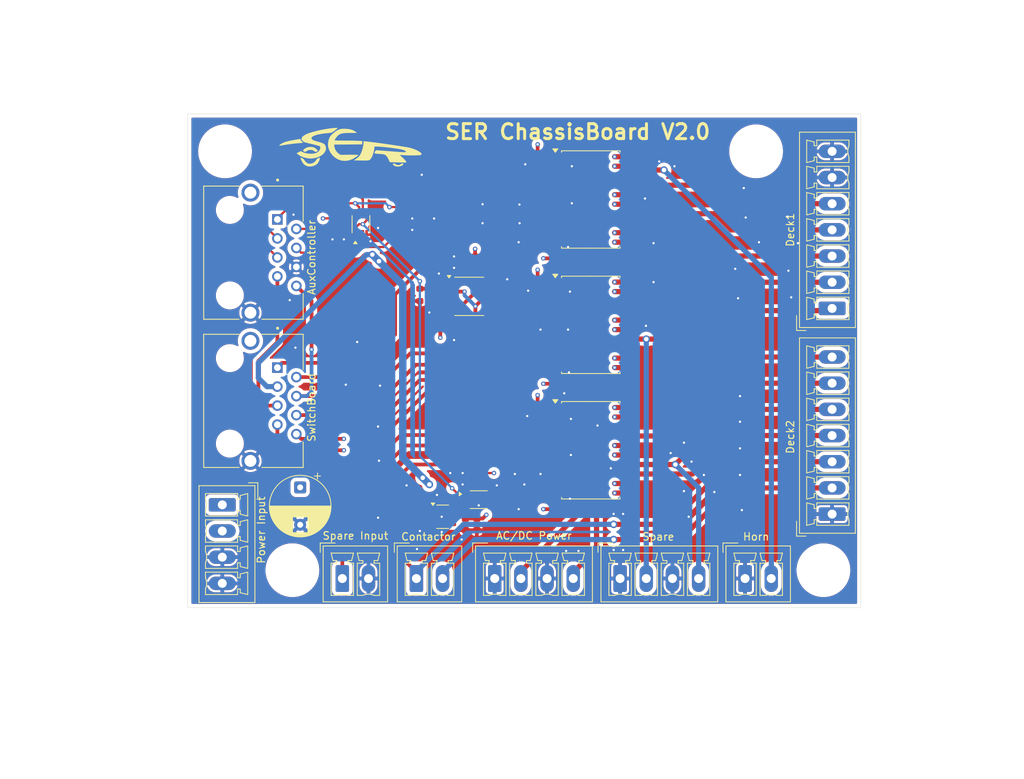
<source format=kicad_pcb>
(kicad_pcb (version 20241229) (generator "pcbnew") (generator_version "9.0")
  (layers (0 "F.Cu" signal) (4 "In1.Cu" signal) (6 "In2.Cu" signal) (2 "B.Cu" signal) (13 "F.Paste" user) (15 "B.Paste" user) (5 "F.SilkS" user "F.Silkscreen") (7 "B.SilkS" user "B.Silkscreen") (1 "F.Mask" user) (3 "B.Mask" user) (25 "Edge.Cuts" user))
  (net 0 "")
  (net 1 "GND")
  (net 2 "Net-(U1-THR)")
  (net 3 "Net-(U1-CV)")
  (net 4 "+12V")
  (net 5 "Net-(U5-IN1)")
  (net 6 "Net-(U3-IN2)")
  (net 7 "Net-(U3-IN3)")
  (net 8 "Net-(U3-IN4)")
  (net 9 "Net-(U5-IN2)")
  (net 10 "Net-(U5-IN3)")
  (net 11 "Net-(U5-IN4)")
  (net 12 "Net-(U6-IN1)")
  (net 13 "Net-(U6-IN2)")
  (net 14 "Net-(U6-IN3)")
  (net 15 "Net-(U6-IN4)")
  (net 16 "+3.3V")
  (net 17 "Net-(U3-IN1)")
  (net 18 "Net-(U1-DIS)")
  (net 19 "Net-(U1-Q)")
  (net 20 "1Hz")
  (net 21 "/Blinker Logic/IndR_1Hz")
  (net 22 "/Blinker Logic/IndL_1Hz")
  (net 23 "/Power/In4")
  (net 24 "/Power/In5")
  (net 25 "/Power/In6")
  (net 26 "/Power/In7")
  (net 27 "/Power/In8")
  (net 28 "/Power/In9")
  (net 29 "/Power/In10")
  (net 30 "/Power/In11")
  (net 31 "/Blinker Logic/ContactorAct")
  (net 32 "Net-(U7-1A)")
  (net 33 "/Blinker Logic/GreenLight_1Hz")
  (net 34 "/Power/Out4")
  (net 36 "/Power/Out2")
  (net 38 "/Power/Out3")
  (net 39 "/Power/Out1")
  (net 40 "/Power/Out8")
  (net 41 "/Power/Out6")
  (net 43 "/Power/Out5")
  (net 45 "/Power/Out7")
  (net 46 "/Power/Out9")
  (net 47 "/Power/Out11")
  (net 49 "/Power/Out12")
  (net 51 "/Power/Out10")
  (net 54 "Net-(U2-1B)")
  (net 55 "/Blinker Logic/IndR")
  (net 56 "/Blinker Logic/IndL")
  (net 59 "Net-(J6-Pin_2)")
  (net 62 "/Power/In1")
  (footprint "PCM_JLCPCB:C_0603" (layer "F.Cu") (at 116.586 100.076)
    (property "Reference" "C29" (hide yes))
    (property "Value" "100nF")
  )
  (footprint "PCM_JLCPCB:C_0603" (layer "F.Cu") (at 89.662 109.728 -90)
    (property "Reference" "C13" (hide yes))
    (property "Value" "100nF")
  )
  (footprint "Package_TO_SOT_SMD:SOT-23-6" (layer "F.Cu") (at 101.092 117.856)
    (property "Reference" "U7" (hide yes))
    (property "Value" "SN74LVC2G04DBVR")
  )
  (footprint "Connector_Phoenix_MC:PhoenixContact_MCV_1,5_2-G-3.5_1x02_P3.50mm_Vertical" (layer "F.Cu") (at 87.6755 126.1185)
    (property "Reference" "J1" (hide yes))
    (property "Value" "Spare Input")
  )
  (footprint "PCM_JLCPCB:R_0603" (layer "F.Cu") (at 85.852 105.918)
    (property "Reference" "R12" (hide yes))
    (property "Value" "10kΩ")
  )
  (footprint "Imported_Footprints:MountingHole_3.2mm_M3_No_Copper" (layer "F.Cu") (at 152 125)
    (property "Reference" "H1" (hide yes))
    (property "Value" "MountingHole")
  )
  (footprint "PCM_JLCPCB:R_0603" (layer "F.Cu") (at 98.044 116.078 -90)
    (property "Reference" "R17" (hide yes))
    (property "Value" "8.2kΩ")
  )
  (footprint "PCM_JLCPCB:R_0603" (layer "F.Cu") (at 90.932 116.078 90)
    (property "Reference" "R15" (hide yes))
    (property "Value" "2.2kΩ")
  )
  (footprint "PCM_JLCPCB:C_0603" (layer "F.Cu") (at 105.664 118.872 -90)
    (property "Reference" "C21" (hide yes))
    (property "Value" "100nF")
  )
  (footprint "PCM_JLCPCB:C_0603" (layer "F.Cu") (at 113.792 70.104 -90)
    (property "Reference" "C26" (hide yes))
    (property "Value" "100nF")
  )
  (footprint "Connector_Phoenix_MC:PhoenixContact_MCV_1,5_4-G-3.5_1x04_P3.50mm_Vertical" (layer "F.Cu") (at 71.628 116.261 -90)
    (property "Reference" "J10" (hide yes))
    (property "Value" "Power Input")
  )
  (footprint "PCM_JLCPCB:R_0603" (layer "F.Cu") (at 85.852 104.394)
    (property "Reference" "R11" (hide yes))
    (property "Value" "10kΩ")
  )
  (footprint "PCM_JLCPCB:C_0603" (layer "F.Cu") (at 89.662 99.568 -90)
    (property "Reference" "C4" (hide yes))
    (property "Value" "100nF")
  )
  (footprint "PCM_JLCPCB:R_0603" (layer "F.Cu") (at 101.6 92.766 180)
    (property "Reference" "R3" (hide yes))
    (property "Value" "68kΩ")
  )
  (footprint "PCM_JLCPCB:R_0603" (layer "F.Cu") (at 96.012 81.026)
    (property "Reference" "R7" (hide yes))
    (property "Value" "10kΩ")
  )
  (footprint "PCM_JLCPCB:C_0603" (layer "F.Cu") (at 98.298 74.168 90)
    (property "Reference" "C34" (hide yes))
    (property "Value" "100nF")
  )
  (footprint "Connector_Phoenix_MC:PhoenixContact_MCV_1,5_2-G-3.5_1x02_P3.50mm_Vertical" (layer "F.Cu") (at 141.5235 126.1185)
    (property "Reference" "J4" (hide yes))
    (property "Value" "Horn")
  )
  (footprint "PCM_JLCPCB:R_0603" (layer "F.Cu") (at 85.852 108.966 180)
    (property "Reference" "R1" (hide yes))
    (property "Value" "10kΩ")
  )
  (footprint "PCM_JLCPCB:C_0603" (layer "F.Cu") (at 104.648 84.638 180)
    (property "Reference" "C10" (hide yes))
    (property "Value" "100nF")
  )
  (footprint "Package_SO:SOIC-8_3.9x4.9mm_P1.27mm" (layer "F.Cu") (at 104.648 88.392)
    (property "Reference" "U1" (hide yes))
    (property "Value" "NE555D")
  )
  (footprint "Imported_Footprints:SER_Logo" (layer "F.Cu") (at 88.693895 69.411912)
    (property "Reference" "G***" (hide yes))
    (property "Value" "LOGO" (hide yes))
  )
  (footprint "Imported_Footprints:MountingHole_3.2mm_M3_No_Copper" (layer "F.Cu") (at 72 69)
    (property "Reference" "H4" (hide yes))
    (property "Value" "MountingHole")
  )
  (footprint "Connector_Phoenix_MC:PhoenixContact_MCV_1,5_7-G-3.5_1x07_P3.50mm_Vertical" (layer "F.Cu") (at 153.162 117.5 90)
    (property "Reference" "J6" (hide yes))
    (property "Value" "Deck2")
  )
  (footprint "PCM_JLCPCB:C_0603" (layer "F.Cu") (at 104.648 83.114 180)
    (property "Reference" "C24" (hide yes))
    (property "Value" "100nF")
  )
  (footprint "PCM_JLCPCB:C_0603" (layer "F.Cu") (at 113.792 86.868 -90)
    (property "Reference" "C27" (hide yes))
    (property "Value" "100nF")
  )
  (footprint "PCM_JLCPCB:R_0603" (layer "F.Cu") (at 85.852 107.442 180)
    (property "Reference" "R20" (hide yes))
    (property "Value" "10kΩ")
  )
  (footprint "Capacitor_THT:CP_Radial_D8.0mm_P5.00mm" (layer "F.Cu") (at 82.042 113.929349 -90)
    (property "Reference" "C25" (hide yes))
    (property "Value" "C_Polarized")
  )
  (footprint "Imported_Footprints:VSSOP-8_2.3x2mm_P0.5mm_modified" (layer "F.Cu") (at 90.17 78.74 90)
    (property "Reference" "U4" (hide yes))
    (property "Value" "SN74LVC2G08DCTR")
  )
  (footprint "PCM_JLCPCB:R_0603" (layer "F.Cu") (at 85.852 97.282)
    (property "Reference" "R8" (hide yes))
    (property "Value" "10kΩ")
  )
  (footprint "PCM_JLCPCB:C_0603" (layer "F.Cu") (at 116.586 83.312)
    (property "Reference" "C3" (hide yes))
    (property "Value" "100nF")
  )
  (footprint "Package_SO:Infineon_SOIC-20W_7.6x12.8mm_P1.27mm" (layer "F.Cu") (at 120.904 108.966)
    (property "Reference" "U6" (hide yes))
    (property "Value" "BTS724G")
  )
  (footprint "PCM_JLCPCB:C_0603" (layer "F.Cu") (at 91.186 101.346 90)
    (property "Reference" "C9" (hide yes))
    (property "Value" "100nF")
  )
  (footprint "PCM_JLCPCB:C_0603" (layer "F.Cu") (at 105.918 112.014 180)
    (property "Reference" "C22" (hide yes))
    (property "Value" "100nF")
  )
  (footprint "PCM_JLCPCB:C_0603" (layer "F.Cu") (at 113.792 103.632 -90)
    (property "Reference" "C30" (hide yes))
    (property "Value" "100nF")
  )
  (footprint "PCM_JLCPCB:R_0603" (layer "F.Cu") (at 96.012 76.454)
    (property "Reference" "R6" (hide yes))
    (property "Value" "10kΩ")
  )
  (footprint "PCM_JLCPCB:C_0603" (layer "F.Cu") (at 92.456 116.078 -90)
    (property "Reference" "C16" (hide yes))
    (property "Value" "100nF")
  )
  (footprint "PCM_JLCPCB:C_0603" (layer "F.Cu") (at 104.14 118.872 -90)
    (property "Reference" "C20" (hide yes))
    (property "Value" "100nF")
  )
  (footprint "Imported_Footprints:CUI_CRJ027-1-TH" (layer "F.Cu") (at 72.644 102.362 -90)
    (property "Reference" "J8" (hide yes))
    (property "Value" "SwitchBoard")
  )
  (footprint "PCM_JLCPCB:R_0603" (layer "F.Cu") (at 99.568 88.194 90)
    (property "Reference" "R4" (hide yes))
    (property "Value" "8.2kΩ")
  )
  (footprint "PCM_JLCPCB:C_0603" (layer "F.Cu") (at 104.648 94.29 180)
    (property "Reference" "C1" (hide yes))
    (property "Value" "1uF")
  )
  (footprint "Connector_Phoenix_MC:PhoenixContact_MCV_1,5_4-G-3.5_1x04_P3.50mm_Vertical" (layer "F.Cu") (at 108.0515 126.1185)
    (property "Reference" "J3" (hide yes))
    (property "Value" "AC/DC Power")
  )
  (footprint "PCM_JLCPCB:R_0603" (layer "F.Cu") (at 98.044 88.194 -90)
    (property "Reference" "R5" (hide yes))
    (property "Value" "3.3kΩ")
  )
  (footprint "PCM_JLCPCB:R_0603" (layer "F.Cu") (at 110.236 115.316)
    (property "Reference" "R16" (hide yes))
    (property "Value" "2.2kΩ")
  )
  (footprint "Package_SO:Infineon_SOIC-20W_7.6x12.8mm_P1.27mm" (layer "F.Cu") (at 120.904 92.202)
    (property "Reference" "U5" (hide yes))
    (property "Value" "BTS724G")
  )
  (footprint "Imported_Footprints:VSSOP-8_2.3x2mm_P0.5mm_modified" (layer "F.Cu") (at 105.918 115.57)
    (property "Reference" "U2" (hide yes))
    (property "Value" "SN74LVC2G08DCTR")
  )
  (footprint "PCM_JLCPCB:C_0603" (layer "F.Cu") (at 87.884 78.74 -90)
    (property "Reference" "C23" (hide yes))
    (property "Value" "100nF")
  )
  (footprint "PCM_JLCPCB:R_0603" (layer "F.Cu") (at 104.648 92.742 180)
    (property "Reference" "R2" (hide yes))
    (property "Value" "680kΩ")
  )
  (footprint "Imported_Footprints:MountingHole_3.2mm_M3_No_Copper" (layer "F.Cu") (at 143 69)
    (property "Reference" "H2" (hide yes))
    (property "Value" "MountingHole")
  )
  (footprint "PCM_JLCPCB:C_0603" (layer "F.Cu") (at 98.298 77.216 -90)
    (property "Reference" "C6" (hide yes))
    (property "Value" "100nF")
  )
  (footprint "Connector_Phoenix_MC:PhoenixContact_MCV_1,5_2-G-3.5_1x02_P3.50mm_Vertical" (layer "F.Cu") (at 97.5815 126.1185)
    (property "Reference" "J9" (hide yes))
    (property "Value" "Contactor")
  )
  (footprint "PCM_JLCPCB:R_0603" (layer "F.Cu") (at 96.012 74.93)
    (property "Reference" "R31" (hide yes))
    (property "Value" "10kΩ")
  )
  (footprint "PCM_JLCPCB:C_0603" (layer "F.Cu") (at 116.586 116.84)
    (property "Reference" "C28" (hide yes))
    (property "Value" "100nF")
  )
  (footprint "Connector_Phoenix_MC:PhoenixContact_MCV_1,5_4-G-3.5_1x04_P3.50mm_Vertical" (layer "F.Cu") (at 124.8155 126.1185)
    (property "Reference" "J5" (hide yes))
    (property "Value" "Spare")
  )
  (footprint "PCM_JLCPCB:R_0603" (layer "F.Cu") (at 85.852 110.49)
    (property "Reference" "R13" (hide yes))
    (property "Value" "10kΩ")
  )
  (footprint "PCM_JLCPCB:C_0603" (layer "F.Cu") (at 98.336 80.264 90)
    (property "Reference" "C7" (hide yes))
    (property "Value" "100nF")
  )
  (footprint "Imported_Footprints:MountingHole_3.2mm_M3_No_Copper" (layer "F.Cu") (at 81 125)
    (property "Reference" "H3" (hide yes))
    (property "Value" "MountingHole")
  )
  (footprint "Connector_Phoenix_MC:PhoenixContact_MCV_1,5_7-G-3.5_1x07_P3.50mm_Vertical" (layer "F.Cu") (at 153.162 90.002 90)
    (property "Reference" "J2" (hide yes))
    (property "Value" "Deck1")
  )
  (footprint "PCM_JLCPCB:R_0603" (layer "F.Cu") (at 88.9 112.014)
    (property "Reference" "R14" (hide yes))
    (property "Value" "10kΩ")
  )
  (footprint "PCM_JLCPCB:R_0603" (layer "F.Cu") (at 85.852 101.854)
    (property "Reference" "R10" (hide yes))
    (property "Value" "10kΩ")
  )
  (footprint "Imported_Footprints:CUI_CRJ027-1-TH" (layer "F.Cu") (at 72.644 82.55 -90)
    (property "Reference" "J7" (hide yes))
    (property "Value" "AuxController")
  )
  (footprint "PCM_JLCPCB:R_0603" (layer "F.Cu") (at 85.852 98.806)
    (property "Reference" "R9" (hide yes))
    (property "Value" "10kΩ")
  )
  (footprint "PCM_JLCPCB:C_0603" (layer "F.Cu") (at 105.918 113.538 180)
    (property "Reference" "C19" (hide yes))
    (property "Value" "100nF")
  )
  (footprint "PCM_JLCPCB:C_0603" (layer "F.Cu") (at 91.186 105.156 -90)
    (property "Reference" "C11" (hide yes))
    (property "Value" "100nF")
  )
  (footprint "PCM_JLCPCB:C_0603" (layer "F.Cu") (at 86.36 78.74 -90)
    (property "Reference" "C18" (hide yes))
    (property "Value" "100nF")
  )
  (footprint "PCM_JLCPCB:C_0603" (layer "F.Cu") (at 109.728 88.194 90)
    (property "Reference" "C2" (hide yes))
    (property "Value" "10nF")
  )
  (footprint "PCM_JLCPCB:C_0603" (layer "F.Cu") (at 112.522 116.078 -90)
    (property "Reference" "C17" (hide yes))
    (property "Value" "100nF")
  )
  (footprint "PCM_JLCPCB:R_0603" (layer "F.Cu") (at 97.282 118.364)
    (property "Reference" "R18" (hide yes))
    (property "Value" "3.3kΩ")
  )
  (footprint "PCM_JLCPCB:C_0603" (layer "F.Cu") (at 91.186 111.252 90)
    (property "Reference" "C15" (hide yes))
    (property "Value" "100nF")
  )
  (footprint "PCM_JLCPCB:C_0603" (layer "F.Cu") (at 89.662 96.52 90)
    (property "Reference" "C8" (hide yes))
    (property "Value" "100nF")
  )
  (footprint "PCM_JLCPCB:C_0603" (layer "F.Cu") (at 89.662 106.68 90)
    (property "Reference" "C12" (hide yes))
    (property "Value" "100nF")
  )
  (footprint "Package_SO:Infineon_SOIC-20W_7.6x12.8mm_P1.27mm" (layer "F.Cu") (at 120.904 75.438)
    (property "Reference" "U3" (hide yes))
    (property "Value" "BTS724G")
  )
  (gr_rect (start 67 64) (end 157 130) (stroke (width 0.05)) (fill no) (layer "Edge.Cuts"))
  (gr_text "SER ChassisBoard V2.0" (at 101.219 67.564 0) (layer "F.SilkS") (effects (font (size 2 2) (thickness 0.4) (bold yes)) (justify left bottom)))
  (segment (start 86.36 79.52) (end 86.36 80.772) (width 0.5) (layer "F.Cu") (net 1))
  (segment (start 92.438 110.508) (end 92.583 110.363) (width 0.5) (layer "F.Cu") (net 1))
  (segment (start 87.884 79.52) (end 87.884 80.772) (width 0.5) (layer "F.Cu") (net 1))
  (segment (start 89.662 110.508) (end 92.438 110.508) (width 0.5) (layer "F.Cu") (net 1))
  (segment (start 89.662 105.9) (end 92.347 105.9) (width 0.5) (layer "F.Cu") (net 1))
  (segment (start 105.138 112.014) (end 103.759 112.014) (width 0.5) (layer "F.Cu") (net 1))
  (segment (start 102.672 94.29) (end 102.616 94.234) (width 0.5) (layer "F.Cu") (net 1))
  (segment (start 98.102 119.703) (end 98.044 119.761) (width 0.5) (layer "F.Cu") (net 1))
  (segment (start 103.868 94.29) (end 102.672 94.29) (width 0.5) (layer "F.Cu") (net 1))
  (segment (start 92.347 105.9) (end 92.456 105.791) (width 0.5) (layer "F.Cu") (net 1))
  (segment (start 90.92 80.14) (end 90.92 80.506) (width 0.3) (layer "F.Cu") (net 1))
  (segment (start 98.61 117.856) (end 98.102 118.364) (width 0.5) (layer "F.Cu") (net 1))
  (segment (start 90.92 80.506) (end 91.44 81.026) (width 0.3) (layer "F.Cu") (net 1))
  (segment (start 98.102 118.364) (end 98.102 119.703) (width 0.5) (layer "F.Cu") (net 1))
  (segment (start 99.9545 117.856) (end 98.61 117.856) (width 0.5) (layer "F.Cu") (net 1))
  (segment (start 99.9545 117.856) (end 100.965 117.856) (width 0.5) (layer "F.Cu") (net 1))
  (segment (start 92.456 116.858) (end 92.456 117.983) (width 0.5) (layer "F.Cu") (net 1))
  (segment (start 101.068 119.785) (end 100.965 119.888) (width 0.5) (layer "F.Cu") (net 1))
  (segment (start 105.138 113.538) (end 103.759 113.538) (width 0.5) (layer "F.Cu") (net 1))
  (via (at 114.173 112.141) (size 0.6) (drill 0.3) (layers "F.Cu" "B.Cu") (net 1))
  (via (at 132.08 70.993) (size 0.6) (drill 0.3) (layers "F.Cu" "B.Cu") (net 1))
  (via (at 125.222 117.475) (size 0.6) (drill 0.3) (layers "F.Cu" "B.Cu") (net 1))
  (via (at 102.108 112.014) (size 0.6) (drill 0.3) (layers "F.Cu" "B.Cu") (net 1))
  (via (at 117.983 98.552) (size 0.6) (drill 0.3) (layers "F.Cu" "B.Cu") (net 1))
  (via (at 128.143 75.311) (size 0.6) (drill 0.3) (layers "F.Cu" "B.Cu") (net 1))
  (via (at 100.965 119.888) (size 0.6) (drill 0.3) (layers "F.Cu" "B.Cu") (net 1))
  (via (at 92.583 110.363) (size 0.6) (drill 0.3) (layers "F.Cu" "B.Cu") (net 1))
  (via (at 105.918 116.332) (size 0.6) (drill 0.3) (layers "F.Cu" "B.Cu") (net 1))
  (via (at 140.843 112.268) (size 0.6) (drill 0.3) (layers "F.Cu" "B.Cu") (net 1))
  (via (at 102.616 84.582) (size 0.6) (drill 0.3) (layers "F.Cu" "B.Cu") (net 1))
  (via (at 128.27 92.329) (size 0.6) (drill 0.3) (layers "F.Cu" "B.Cu") (net 1))
  (via (at 123.952 117.475) (size 0.6) (drill 0.3) (layers "F.Cu" "B.Cu") (net 1))
  (via (at 117.602 122.428) (size 0.6) (drill 0.3) (layers "F.Cu" "B.Cu") (net 1))
  (via (at 125.222 122.301) (size 0.6) (drill 0.3) (layers "F.Cu" "B.Cu") (net 1))
  (via (at 86.36 80.772) (size 0.6) (drill 0.3) (layers "F.Cu" "B.Cu") (net 1))
  (via (at 92.456 105.791) (size 0.6) (drill 0.3) (layers "F.Cu" "B.Cu") (net 1))
  (via (at 131.572 109.347) (size 0.6) (drill 0.3) (layers "F.Cu" "B.Cu") (net 1))
  (via (at 88.138 100.203) (size 0.6) (drill 0.3) (layers "F.Cu" "B.Cu") (net 1))
  (via (at 114.173 92.837) (size 0.6) (drill 0.3) (layers "F.Cu" "B.Cu") (net 1))
  (via (at 147.701 88.519) (size 0.6) (drill 0.3) (layers "F.Cu" "B.Cu") (net 1))
  (via (at 92.71 100.33) (size 0.6) (drill 0.3) (layers "F.Cu" "B.Cu") (net 1))
  (via (at 81.407 95.25) (size 0.6) (drill 0.3) (layers "F.Cu" "B.Cu") (net 1))
  (via (at 112.395 104.394) (size 0.6) (drill 0.3) (layers "F.Cu" "B.Cu") (net 1))
  (via (at 133.985 117.856) (size 0.6) (drill 0.3) (layers "F.Cu" "B.Cu") (net 1))
  (via (at 118.11 87.757) (size 0.6) (drill 0.3) (layers "F.Cu" "B.Cu") (net 1))
  (via (at 111.252 81.153) (size 0.6) (drill 0.3) (layers "F.Cu" "B.Cu") (net 1))
  (via (at 133.35 114.427) (size 0.6) (drill 0.3) (layers "F.Cu" "B.Cu") (net 1))
  (via (at 119.253 122.428) (size 0.6) (drill 0.3) (layers "F.Cu" "B.Cu") (net 1))
  (via (at 118.237 104.775) (size 0.6) (drill 0.3) (layers "F.Cu" "B.Cu") (net 1))
  (via (at 123.952 122.301) (size 0.6) (drill 0.3) (layers "F.Cu" "B.Cu") (net 1))
  (via (at 92.456 79.248) (size 0.6) (drill 0.3) (layers "F.Cu" "B.Cu") (net 1))
  (via (at 80.645 88.9) (size 0.6) (drill 0.3) (layers "F.Cu" "B.Cu") (net 1))
  (via (at 130.048 70.358) (size 0.6) (drill 0.3) (layers "F.Cu" "B.Cu") (net 1))
  (via (at 118.364 70.993) (size 0.6) (drill 0.3) (layers "F.Cu" "B.Cu") (net 1))
  (via (at 87.884 80.772) (size 0.6) (drill 0.3) (layers "F.Cu" "B.Cu") (net 1))
  (via (at 98.298 72.136) (size 0.6) (drill 0.3) (layers "F.Cu" "B.Cu") (net 1))
  (via (at 97.028 77.978) (size 0.6) (drill 0.3) (layers "F.Cu" "B.Cu") (net 1))
  (via (at 99.949 77.978) (size 0.6) (drill 0.3) (layers "F.Cu" "B.Cu") (net 1))
  (via (at 100.965 117.856) (size 0.6) (drill 0.3) (layers "F.Cu" "B.Cu") (net 1))
  (via (at 140.843 101.727) (size 0.6) (drill 0.3) (layers "F.Cu" "B.Cu") (net 1))
  (via (at 147.32 84.963) (size 0.6) (drill 0.3) (layers "F.Cu" "B.Cu") (net 1))
  (via (at 140.843 108.712) (size 0.6) (drill 0.3) (layers "F.Cu" "B.Cu") (net 1))
  (via (at 97.663 122.174) (size 0.6) (drill 0.3) (layers "F.Cu" "B.Cu") (net 1))
  (via (at 147.193 77.724) (size 0.6) (drill 0.3) (layers "F.Cu" "B.Cu") (net 1))
  (via (at 140.589 88.646) (size 0.6) (drill 0.3) (layers "F.Cu" "B.Cu") (net 1))
  (via (at 99.314 90.551) (size 0.6) (drill 0.3) (layers "F.Cu" "B.Cu") (net 1))
  (via (at 91.44 81.026) (size 0.6) (drill 0.3) (layers "F.Cu" "B.Cu") (net 1))
  (via (at 123.571 111.379) (size 0.6) (drill 0.3) (layers "F.Cu" "B.Cu") (net 1))
  (via (at 111.358124 76.114948) (size 0.6) (drill 0.3) (layers "F.Cu" "B.Cu") (net 1))
  (via (at 102.616 94.234) (size 0.6) (drill 0.3) (layers "F.Cu" "B.Cu") (net 1))
  (via (at 118.237 109.601) (size 0.6) (drill 0.3) (layers "F.Cu" "B.Cu") (net 1))
  (via (at 106.426 78.613) (size 0.6) (drill 0.3) (layers "F.Cu" "B.Cu") (net 1))
  (via (at 110.744 112.141) (size 0.6) (drill 0.3) (layers "F.Cu" "B.Cu") (net 1))
  (via (at 112.522 87.63) (size 0.6) (drill 0.3) (layers "F.Cu" "B.Cu") (net 1))
  (via (at 106.426 76.073) (size 0.6) (drill 0.3) (layers "F.Cu" "B.Cu") (net 1))
  (via (at 112.014 113.538) (size 0.6) (drill 0.3) (layers "F.Cu" "B.Cu") (net 1))
  (via (at 103.759 112.014) (size 0.6) (drill 0.3) (layers "F.Cu" "B.Cu") (net 1))
  (via (at 129.286 86.487) (size 0.6) (drill 0.3) (layers "F.Cu" "B.Cu") (net 1))
  (via (at 103.632 120.904) (size 0.6) (drill 0.3) (layers "F.Cu" "B.Cu") (net 1))
  (via (at 100.33 114.935) (size 0.6) (drill 0.3) (layers "F.Cu" "B.Cu") (net 1))
  (via (at 112.141 70.739) (size 0.6) (drill 0.3) (layers "F.Cu" "B.Cu") (net 1))
  (via (at 81.153 77.47) (size 0.6) (drill 0.3) (layers "F.Cu" "B.Cu") (net 1))
  (via (at 109.728 86.106) (size 0.6) (drill 0.3) (layers "F.Cu" "B.Cu") (net 1))
  (via (at 102.616 83.058) (size 0.6) (drill 0.3) (layers "F.Cu" "B.Cu") (net 1))
  (via (at 97.028 79.502) (size 0.6) (drill 0.3) (layers "F.Cu" "B.Cu") (net 1))
  (via (at 89.662 94.488) (size 0.6) (drill 0.3) (layers "F.Cu" "B.Cu") (net 1))
  (via (at 141.097 116.967) (size 0.6) (drill 0.3) (layers "F.Cu" "B.Cu") (net 1))
  (via (at 134.366 110.49) (size 0.6) (drill 0.3) (layers "F.Cu" "B.Cu") (net 1))
  (via (at 133.35 107.95) (size 0.6) (drill 0.3) (layers "F.Cu" "B.Cu") (net 1))
  (via (at 117.348 101.346) (size 0.6) (drill 0.3) (layers "F.Cu" "B.Cu") (net 1))
  (via (at 141.605 77.851) (size 0.6) (drill 0.3) (layers "F.Cu" "B.Cu") (net 1))
  (via (at 118.364 75.946) (size 0.6) (drill 0.3) (layers "F.Cu" "B.Cu") (net 1))
  (via (at 92.456 117.983) (size 0.6) (drill 0.3) (layers "F.Cu" "B.Cu") (net 1))
  (via (at 118.11 115.443) (size 0.6) (drill 0.3) (layers "F.Cu" "B.Cu") (net 1))
  (via (at 137.414 114.554) (size 0.6) (drill 0.3) (layers "F.Cu" "B.Cu") (net 1))
  (via (at 136.017 112.268) (size 0.6) (drill 0.3) (layers "F.Cu" "B.Cu") (net 1))
  (via (at 98.044 119.761) (size 0.6) (drill 0.3) (layers "F.Cu" "B.Cu") (net 1))
  (via (at 100.584 85.344) (size 0.6) (drill 0.3) (layers "F.Cu" "B.Cu") (net 1))
  (via (at 140.208 84.709) (size 0.6) (drill 0.3) (layers "F.Cu" "B.Cu") (net 1))
  (via (at 103.759 113.538) (size 0.6) (drill 0.3) (layers "F.Cu" "B.Cu") (net 1))
  (via (at 111.252 116.84) (size 0.6) (drill 0.3) (layers "F.Cu" "B.Cu") (net 1))
  (via (at 108.331 113.665) (size 0.6) (drill 0.3) (layers "F.Cu" "B.Cu") (net 1))
  (via (at 129.286 81.28) (size 0.6) (drill 0.3) (layers "F.Cu" "B.Cu") (net 1))
  (via (at 140.843 105.156) (size 0.6) (drill 0.3) (layers "F.Cu" "B.Cu") (net 1))
  (via (at 148.59 81.28) (size 0.6) (drill 0.3) (layers "F.Cu" "B.Cu") (net 1))
  (via (at 121.793 105.664) (size 0.6) (drill 0.3) (layers "F.Cu" "B.Cu") (net 1))
  (via (at 117.856 92.837) (size 0.6) (drill 0.3) (layers "F.Cu" "B.Cu") (net 1))
  (via (at 96.266 113.665) (size 0.6) (drill 0.3) (layers "F.Cu" "B.Cu") (net 1))
  (via (at 143.383 81.153) (size 0.6) (drill 0.3) (layers "F.Cu" "B.Cu") (net 1))
  (via (at 141.351 73.914) (size 0.6) (drill 0.3) (layers "F.Cu" "B.Cu") (net 1))
  (via (at 111.379 78.613) (size 0.6) (drill 0.3) (layers "F.Cu" "B.Cu") (net 1))
  (via (at 117.856 81.788) (size 0.6) (drill 0.3) (layers "F.Cu" "B.Cu") (net 1))
  (segment (start 105.468 89.707001) (end 105.468 92.742) (width 0.5) (layer "F.Cu") (net 2))
  (segment (start 106.148001 89.027) (end 105.468 89.707001) (width 0.5) (layer "F.Cu") (net 2))
  (segment (start 105.428 94.29) (end 105.428 92.782) (width 0.5) (layer "F.Cu") (net 2))
  (segment (start 107.123 89.027) (end 106.148001 89.027) (width 0.5) (layer "F.Cu") (net 2))
  (segment (start 102.173 87.757) (end 104.013 87.757) (width 0.5) (layer "F.Cu") (net 2))
  (segment (start 105.428 92.782) (end 105.468 92.742) (width 0.5) (layer "F.Cu") (net 2))
  (via (at 104.013 87.757) (size 0.6) (drill 0.3) (layers "F.Cu" "B.Cu") (net 2))
  (via (at 105.468 89.707001) (size 0.6) (drill 0.3) (layers "F.Cu" "B.Cu") (net 2))
  (segment (start 104.013 88.252001) (end 105.468 89.707001) (width 0.5) (layer "B.Cu") (net 2))
  (segment (start 104.013 87.757) (end 104.013 88.252001) (width 0.5) (layer "B.Cu") (net 2))
  (segment (start 108.405 90.297) (end 109.728 88.974) (width 0.5) (layer "F.Cu") (net 3))
  (segment (start 107.123 90.297) (end 108.405 90.297) (width 0.5) (layer "F.Cu") (net 3))
  (segment (start 114.191 69.723) (end 113.792 69.324) (width 0.5) (layer "F.Cu") (net 4))
  (segment (start 124.079 86.487) (end 125.769 86.487) (width 0.7) (layer "F.Cu") (net 4))
  (segment (start 86.672 108.966) (end 87.884 108.966) (width 0.5) (layer "F.Cu") (net 4))
  (segment (start 124.079 96.647) (end 125.769 96.647) (width 0.7) (layer "F.Cu") (net 4))
  (segment (start 124.079 104.521) (end 125.769 104.521) (width 0.7) (layer "F.Cu") (net 4))
  (segment (start 101.473 90.297) (end 102.173 90.297) (width 0.5) (layer "F.Cu") (net 4))
  (segment (start 100.78 90.99) (end 101.473 90.297) (width 0.5) (layer "F.Cu") (net 4))
  (segment (start 113.792 69.324) (end 113.792 68.072) (width 0.5) (layer "F.Cu") (net 4))
  (segment (start 124.079 76.073) (end 125.769 76.073) (width 0.7) (layer "F.Cu") (net 4))
  (segment (start 113.792 102.852) (end 113.792 101.6) (width 0.5) (layer "F.Cu") (net 4))
  (segment (start 116.039 103.251) (end 114.191 103.251) (width 0.5) (layer "F.Cu") (net 4))
  (segment (start 124.079 79.883) (end 125.769 79.883) (width 0.7) (layer "F.Cu") (net 4))
  (segment (start 115.806 98.15) (end 116.039 97.917) (width 0.5) (layer "F.Cu") (net 4))
  (segment (start 124.079 69.723) (end 125.769 69.723) (width 0.7) (layer "F.Cu") (net 4))
  (segment (start 124.079 91.567) (end 125.769 91.567) (width 0.7) (layer "F.Cu") (net 4))
  (segment (start 124.079 87.757) (end 125.769 87.757) (width 0.7) (layer "F.Cu") (net 4))
  (segment (start 124.079 81.153) (end 125.769 81.153) (width 0.7) (layer "F.Cu") (net 4))
  (segment (start 116.039 69.723) (end 114.191 69.723) (width 0.5) (layer "F.Cu") (net 4))
  (segment (start 124.079 103.251) (end 125.769 103.251) (width 0.7) (layer "F.Cu") (net 4))
  (segment (start 124.079 74.803) (end 125.769 74.803) (width 0.7) (layer "F.Cu") (net 4))
  (segment (start 116.039 86.487) (end 114.191 86.487) (width 0.5) (layer "F.Cu") (net 4))
  (segment (start 115.806 116.84) (end 114.554 116.84) (width 0.5) (layer "F.Cu") (net 4))
  (segment (start 105.428 85.616) (end 106.299 86.487) (width 0.5) (layer "F.Cu") (net 4))
  (segment (start 106.299 86.487) (end 107.123 86.487) (width 0.5) (layer "F.Cu") (net 4))
  (segment (start 114.191 86.487) (end 113.792 86.088) (width 0.5) (layer "F.Cu") (net 4))
  (segment (start 86.672 107.442) (end 87.884 107.442) (width 0.5) (layer "F.Cu") (net 4))
  (segment (start 105.428 82.042) (end 105.428 83.114) (width 0.5) (layer "F.Cu") (net 4))
  (segment (start 124.079 114.681) (end 125.769 114.681) (width 0.7) (layer "F.Cu") (net 4))
  (segment (start 124.079 70.993) (end 125.769 70.993) (width 0.7) (layer "F.Cu") (net 4))
  (segment (start 113.792 86.088) (end 113.792 84.836) (width 0.5) (layer "F.Cu") (net 4))
  (segment (start 124.079 97.917) (end 125.769 97.917) (width 0.7) (layer "F.Cu") (net 4))
  (segment (start 115.806 114.914) (end 116.039 114.681) (width 0.5) (layer "F.Cu") (net 4))
  (segment (start 105.428 83.114) (end 105.428 85.616) (width 0.5) (layer "F.Cu") (net 4))
  (segment (start 115.806 81.386) (end 116.039 81.153) (width 0.5) (layer "F.Cu") (net 4))
  (segment (start 100.78 92.766) (end 100.78 90.99) (width 0.5) (layer "F.Cu") (net 4))
  (segment (start 115.806 116.84) (end 115.806 114.914) (width 0.5) (layer "F.Cu") (net 4))
  (segment (start 124.079 108.331) (end 125.769 108.331) (width 0.7) (layer "F.Cu") (net 4))
  (segment (start 124.079 92.837) (end 125.769 92.837) (width 0.7) (layer "F.Cu") (net 4))
  (segment (start 115.806 83.312) (end 115.806 81.386) (width 0.5) (layer "F.Cu") (net 4))
  (segment (start 115.806 83.312) (end 114.554 83.312) (width 0.5) (layer "F.Cu") (net 4))
  (segment (start 124.079 113.411) (end 125.769 113.411) (width 0.7) (layer "F.Cu") (net 4))
  (segment (start 115.806 100.076) (end 114.554 100.076) (width 0.5) (layer "F.Cu") (net 4))
  (segment (start 124.079 109.601) (end 125.769 109.601) (width 0.7) (layer "F.Cu") (net 4))
  (segment (start 100.78 93.922) (end 100.78 92.766) (width 0.5) (layer "F.Cu") (net 4))
  (segment (start 114.191 103.251) (end 113.792 102.852) (width 0.5) (layer "F.Cu") (net 4))
  (segment (start 115.806 100.076) (end 115.806 98.15) (width 0.5) (layer "F.Cu") (net 4))
  (via (at 124.079 86.487) (size 0.6) (drill 0.3) (layers "F.Cu" "B.Cu") (net 4))
  (via (at 124.079 113.411) (size 0.6) (drill 0.3) (layers "F.Cu" "B.Cu") (net 4))
  (via (at 100.78 93.922) (size 0.6) (drill 0.3) (layers "F.Cu" "B.Cu") (net 4))
  (via (at 124.079 81.153) (size 0.6) (drill 0.3) (layers "F.Cu" "B.Cu") (net 4))
  (via (at 124.079 109.601) (size 0.6) (drill 0.3) (layers "F.Cu" "B.Cu") (net 4))
  (via (at 124.079 91.567) (size 0.6) (drill 0.3) (layers "F.Cu" "B.Cu") (net 4))
  (via (at 124.079 114.681) (size 0.6) (drill 0.3) (layers "F.Cu" "B.Cu") (net 4))
  (via (at 114.554 116.84) (size 0.6) (drill 0.3) (layers "F.Cu" "B.Cu") (net 4))
  (via (at 124.079 103.251) (size 0.6) (drill 0.3) (layers "F.Cu" "B.Cu") (net 4))
  (via (at 124.079 87.757) (size 0.6) (drill 0.3) (layers "F.Cu" "B.Cu") (net 4))
  (via (at 105.428 82.042) (size 0.6) (drill 0.3) (layers "F.Cu" "B.Cu") (net 4))
  (via (at 124.079 76.073) (size 0.6) (drill 0.3) (layers "F.Cu" "B.Cu") (net 4))
  (via (at 124.079 108.331) (size 0.6) (drill 0.3) (layers "F.Cu" "B.Cu") (net 4))
  (via (at 124.079 74.803) (size 0.6) (drill 0.3) (layers "F.Cu" "B.Cu") (net 4))
  (via (at 124.079 97.917) (size 0.6) (drill 0.3) (layers "F.Cu" "B.Cu") (net 4))
  (via (at 124.079 104.521) (size 0.6) (drill 0.3) (layers "F.Cu" "B.Cu") (net 4))
  (via (at 113.792 101.6) (size 0.6) (drill 0.3) (layers "F.Cu" "B.Cu") (net 4))
  (via (at 114.554 100.076) (size 0.6) (drill 0.3) (layers "F.Cu" "B.Cu") (net 4))
  (via (at 114.554 83.312) (size 0.6) (drill 0.3) (layers "F.Cu" "B.Cu") (net 4))
  (via (at 113.792 68.072) (size 0.6) (drill 0.3) (layers "F.Cu" "B.Cu") (net 4))
  (via (at 87.884 108.966) (size 0.6) (drill 0.3) (layers "F.Cu" "B.Cu") (net 4))
  (via (at 113.792 84.836) (size 0.6) (drill 0.3) (layers "F.Cu" "B.Cu") (net 4))
  (via (at 124.079 92.837) (size 0.6) (drill 0.3) (layers "F.Cu" "B.Cu") (net 4))
  (via (at 124.079 70.993) (size 0.6) (drill 0.3) (layers "F.Cu" "B.Cu") (net 4))
  (via (at 87.884 107.442) (size 0.6) (drill 0.3) (layers "F.Cu" "B.Cu") (net 4))
  (via (at 124.079 69.723) (size 0.6) (drill 0.3) (layers "F.Cu" "B.Cu") (net 4))
  (via (at 124.079 96.647) (size 0.6) (drill 0.3) (layers "F.Cu" "B.Cu") (net 4))
  (via (at 124.079 79.883) (size 0.6) (drill 0.3) (layers "F.Cu" "B.Cu") (net 4))
  (segment (start 86.672 98.806) (end 89.644 98.806) (width 0.5) (layer "F.Cu") (net 5))
  (segment (start 93.998 98.788) (end 96.774 96.012) (width 0.5) (layer "F.Cu") (net 5))
  (segment (start 113.919 89.027) (end 116.039 89.027) (width 0.5) (layer "F.Cu") (net 5))
  (segment (start 89.662 98.788) (end 93.998 98.788) (width 0.5) (layer "F.Cu") (net 5))
  (segment (start 96.774 96.012) (end 106.934 96.012) (width 0.5) (layer "F.Cu") (net 5))
  (segment (start 89.644 98.806) (end 89.662 98.788) (width 0.5) (layer "F.Cu") (net 5))
  (segment (start 106.934 96.012) (end 113.919 89.027) (width 0.5) (layer "F.Cu") (net 5))
  (segment (start 96.832 76.454) (end 98.28 76.454) (width 0.5) (layer "F.Cu") (net 6))
  (segment (start 102.997 74.803) (end 116.039 74.803) (width 0.5) (layer "F.Cu") (net 6))
  (segment (start 101.364 76.436) (end 102.997 74.803) (width 0.5) (layer "F.Cu") (net 6))
  (segment (start 98.28 76.454) (end 98.298 76.436) (width 0.5) (layer "F.Cu") (net 6))
  (segment (start 98.298 76.436) (end 101.364 76.436) (width 0.5) (layer "F.Cu") (net 6))
  (segment (start 99.296 81.044) (end 98.336 81.044) (width 0.5) (layer "F.Cu") (net 7))
  (segment (start 116.039 77.343) (end 102.997 77.343) (width 0.5) (layer "F.Cu") (net 7))
  (segment (start 96.832 81.026) (end 98.318 81.026) (width 0.5) (layer "F.Cu") (net 7))
  (segment (start 102.997 77.343) (end 99.296 81.044) (width 0.5) (layer "F.Cu") (net 7))
  (segment (start 98.318 81.026) (end 98.336 81.044) (width 0.5) (layer "F.Cu") (net 7))
  (segment (start 90.914 97.3) (end 89.662 97.3) (width 0.5) (layer "F.Cu") (net 8))
  (segment (start 116.039 79.883) (end 102.997 79.883) (width 0.5) (layer "F.Cu") (net 8))
  (segment (start 86.672 97.282) (end 89.644 97.282) (width 0.5) (layer "F.Cu") (net 8))
  (segment (start 89.644 97.282) (end 89.662 97.3) (width 0.5) (layer "F.Cu") (net 8))
  (segment (start 94.742 93.472) (end 90.914 97.3) (width 0.5) (layer "F.Cu") (net 8))
  (segment (start 94.742 88.138) (end 94.742 93.472) (width 0.5) (layer "F.Cu") (net 8))
  (segment (start 102.997 79.883) (end 94.742 88.138) (width 0.5) (layer "F.Cu") (net 8))
  (segment (start 90.914 101.854) (end 91.186 102.126) (width 0.5) (layer "F.Cu") (net 9))
  (segment (start 113.157 91.567) (end 116.039 91.567) (width 0.5) (layer "F.Cu") (net 9))
  (segment (start 92.946 102.126) (end 97.536 97.536) (width 0.5) (layer "F.Cu") (net 9))
  (segment (start 97.536 97.536) (end 107.188 97.536) (width 0.5) (layer "F.Cu") (net 9))
  (segment (start 86.672 101.854) (end 90.914 101.854) (width 0.5) (layer "F.Cu") (net 9))
  (segment (start 107.188 97.536) (end 113.157 91.567) (width 0.5) (layer "F.Cu") (net 9))
  (segment (start 91.186 102.126) (end 92.946 102.126) (width 0.5) (layer "F.Cu") (net 9))
  (segment (start 86.672 104.394) (end 91.168 104.394) (width 0.5) (layer "F.Cu") (net 10))
  (segment (start 108.458 99.568) (end 113.919 94.107) (width 0.5) (layer "F.Cu") (net 10))
  (segment (start 91.168 104.394) (end 91.186 104.376) (width 0.5) (layer "F.Cu") (net 10))
  (segment (start 91.186 104.376) (end 91.204 104.394) (width 0.5) (layer "F.Cu") (net 10))
  (segment (start 98.044 99.568) (end 108.458 99.568) (width 0.5) (layer "F.Cu") (net 10))
  (segment (start 91.204 104.394) (end 93.218 104.394) (width 0.5) (layer "F.Cu") (net 10))
  (segment (start 93.218 104.394) (end 98.044 99.568) (width 0.5) (layer "F.Cu") (net 10))
  (segment (start 113.919 94.107) (end 116.039 94.107) (width 0.5) (layer "F.Cu") (net 10))
  (segment (start 88.12 105.918) (end 89.662 107.46) (width 0.5) (layer "F.Cu") (net 11))
  (segment (start 114.173 96.647) (end 116.039 96.647) (width 0.5) (layer "F.Cu") (net 11))
  (segment (start 86.672 105.918) (end 88.12 105.918) (width 0.5) (layer "F.Cu") (net 11))
  (segment (start 92.692 107.46) (end 99.06 101.092) (width 0.5) (layer "F.Cu") (net 11))
  (segment (start 109.728 101.092) (end 114.173 96.647) (width 0.5) (layer "F.Cu") (net 11))
  (segment (start 89.662 107.46) (end 92.692 107.46) (width 0.5) (layer "F.Cu") (net 11))
  (segment (start 99.06 101.092) (end 109.728 101.092) (width 0.5) (layer "F.Cu") (net 11))
  (segment (start 86.672 110.49) (end 88.12 110.49) (width 0.5) (layer "F.Cu") (net 12))
  (segment (start 113.919 105.791) (end 116.039 105.791) (width 0.5) (layer "F.Cu") (net 12))
  (segment (start 89.662 108.948) (end 93.49 108.948) (width 0.5) (layer "F.Cu") (net 12))
  (segment (start 93.49 108.948) (end 95.504 106.934) (width 0.5) (layer "F.Cu") (net 12))
  (segment (start 112.776 106.934) (end 113.919 105.791) (width 0.5) (layer "F.Cu") (net 12))
  (segment (start 88.12 110.49) (end 89.662 108.948) (width 0.5) (layer "F.Cu") (net 12))
  (segment (start 95.504 106.934) (end 112.776 106.934) (width 0.5) (layer "F.Cu") (net 12))
  (segment (start 92.438 112.032) (end 91.186 112.032) (width 0.5) (layer "F.Cu") (net 13))
  (segment (start 89.72 112.014) (end 91.168 112.014) (width 0.5) (layer "F.Cu") (net 13))
  (segment (start 116.039 108.331) (end 96.139 108.331) (width 0.5) (layer "F.Cu") (net 13))
  (segment (start 96.139 108.331) (end 92.438 112.032) (width 0.5) (layer "F.Cu") (net 13))
  (segment (start 91.168 112.014) (end 91.186 112.032) (width 0.5) (layer "F.Cu") (net 13))
  (segment (start 96.883 110.871) (end 92.456 115.298) (width 0.5) (layer "F.Cu") (net 14))
  (segment (start 116.039 110.871) (end 96.883 110.871) (width 0.5) (layer "F.Cu") (net 14))
  (segment (start 90.932 115.258) (end 92.416 115.258) (width 0.5) (layer "F.Cu") (net 14))
  (segment (start 92.416 115.258) (end 92.456 115.298) (width 0.5) (layer "F.Cu") (net 14))
  (segment (start 112.522 115.298) (end 114.409 113.411) (width 0.5) (layer "F.Cu") (net 15))
  (segment (start 114.409 113.411) (end 116.039 113.411) (width 0.5) (layer "F.Cu") (net 15))
  (segment (start 112.504 115.316) (end 112.522 115.298) (width 0.5) (layer "F.Cu") (net 15))
  (segment (start 111.056 115.316) (end 112.504 115.316) (width 0.5) (layer "F.Cu") (net 15))
  (segment (start 87.884 77.96) (end 86.36 77.96) (width 0.3) (layer "F.Cu") (net 16))
  (segment (start 106.698 112.014) (end 106.698 113.538) (width 0.3) (layer "F.Cu") (net 16))
  (segment (start 89.42 77.34) (end 88.504 77.34) (width 0.3) (layer "F.Cu") (net 16))
  (segment (start 106.698 112.014) (end 107.95 112.014) (width 0.3) (layer "F.Cu") (net 16))
  (segment (start 106.444 118.092) (end 106.934 117.602) (width 0.5) (layer "F.Cu") (net 16))
  (segment (start 102.2295 117.856) (end 103.904 117.856) (width 0.5) (layer "F.Cu") (net 16))
  (segment (start 104.14 118.092) (end 105.664 118.092) (width 0.5) (layer "F.Cu") (net 16))
  (segment (start 88.504 77.34) (end 87.884 77.96) (width 0.3) (layer "F.Cu") (net 16))
  (segment (start 105.664 118.092) (end 106.444 118.092) (width 0.5) (layer "F.Cu") (net 16))
  (segment (start 85.108 77.96) (end 85.09 77.978) (width 0.3) (layer "F.Cu") (net 16))
  (segment (start 103.904 117.856) (end 104.14 118.092) (width 0.5) (layer "F.Cu") (net 16))
  (segment (start 107.318 114.82) (end 107.318 114.158) (width 0.3) (layer "F.Cu") (net 16))
  (segment (start 107.318 114.158) (end 106.698 113.538) (width 0.3) (layer "F.Cu") (net 16))
  (segment (start 86.36 77.96) (end 85.108 77.96) (width 0.3) (layer "F.Cu") (net 16))
  (via (at 99.314 113.538) (size 1) (drill 0.6) (layers "F.Cu" "B.Cu") (net 16))
  (via (at 98.425 112.649) (size 1) (drill 0.6) (layers "F.Cu" "B.Cu") (net 16))
  (via (at 92.583 83.693) (size 1) (drill 0.6) (layers "F.Cu" "B.Cu") (net 16))
  (via (at 85.09 77.978) (size 0.6) (drill 0.3) (layers "F.Cu" "B.Cu") (net 16))
  (via (at 106.934 117.602) (size 0.6) (drill 0.3) (layers "F.Cu" "B.Cu") (net 16))
  (via (at 91.694 82.804) (size 1) (drill 0.6) (layers "F.Cu" "B.Cu") (net 16))
  (via (at 107.95 112.014) (size 0.6) (drill 0.3) (layers "F.Cu" "B.Cu") (net 16))
  (segment (start 95.758 109.982) (end 98.425 112.649) (width 1) (layer "B.Cu") (net 16))
  (segment (start 76.454 99.314) (end 76.454 97.282) (width 0.7) (layer "B.Cu") (net 16))
  (segment (start 76.454 97.282) (end 90.932 82.804) (width 0.7) (layer "B.Cu") (net 16))
  (segment (start 95.758 86.868) (end 95.758 100.076) (width 1) (layer "B.Cu") (net 16))
  (segment (start 78.994 100.457) (end 77.597 100.457) (width 0.7) (layer "B.Cu") (net 16))
  (segment (start 92.583 83.693) (end 95.758 86.868) (width 1) (layer "B.Cu") (net 16))
  (segment (start 95.758 100.076) (end 95.758 109.982) (width 1) (layer "B.Cu") (net 16))
  (segment (start 98.552 112.776) (end 99.314 113.538) (width 1) (layer "B.Cu") (net 16))
  (segment (start 77.597 100.457) (end 76.454 99.314) (width 0.7) (layer "B.Cu") (net 16))
  (segment (start 90.932 82.804) (end 91.694 82.804) (width 0.7) (layer "B.Cu") (net 16))
  (segment (start 91.694 82.804) (end 92.583 83.693) (width 1) (layer "B.Cu") (net 16))
  (segment (start 98.425 112.649) (end 98.552 112.776) (width 1) (layer "B.Cu") (net 16))
  (segment (start 96.832 74.93) (end 98.28 74.93) (width 0.5) (layer "F.Cu") (net 17))
  (segment (start 100.312 74.948) (end 102.997 72.263) (width 0.5) (layer "F.Cu") (net 17))
  (segment (start 102.997 72.263) (end 116.039 72.263) (width 0.5) (layer "F.Cu") (net 17))
  (segment (start 98.298 74.948) (end 100.312 74.948) (width 0.5) (layer "F.Cu") (net 17))
  (segment (start 98.28 74.93) (end 98.298 74.948) (width 0.5) (layer "F.Cu") (net 17))
  (segment (start 103.828 89.466) (end 103.828 92.742) (width 0.5) (layer "F.Cu") (net 18))
  (segment (start 102.42 92.766) (end 103.804 92.766) (width 0.5) (layer "F.Cu") (net 18))
  (segment (start 103.804 92.766) (end 103.828 92.742) (width 0.5) (layer "F.Cu") (net 18))
  (segment (start 107.123 87.757) (end 105.537 87.757) (width 0.5) (layer "F.Cu") (net 18))
  (segment (start 105.537 87.757) (end 103.828 89.466) (width 0.5) (layer "F.Cu") (net 18))
  (segment (start 102.173 89.027) (end 99.581 89.027) (width 0.5) (layer "F.Cu") (net 19))
  (segment (start 99.581 89.027) (end 99.568 89.014) (width 0.5) (layer "F.Cu") (net 19))
  (segment (start 89.916 78.74) (end 90.424 78.74) (width 0.3) (layer "F.Cu") (net 20))
  (segment (start 90.92 78.244) (end 90.92 77.34) (width 0.3) (layer "F.Cu") (net 20))
  (segment (start 98.044 86.36) (end 98.044 87.374) (width 0.3) (layer "F.Cu") (net 20))
  (segment (start 89.42 79.236) (end 89.916 78.74) (width 0.3) (layer "F.Cu") (net 20))
  (segment (start 89.42 80.14) (end 89.42 79.236) (width 0.3) (layer "F.Cu") (net 20))
  (segment (start 90.424 78.74) (end 90.92 78.244) (width 0.3) (layer "F.Cu") (net 20))
  (segment (start 103.136 114.82) (end 102.362 114.046) (width 0.3) (layer "F.Cu") (net 20))
  (segment (start 104.518 114.82) (end 103.136 114.82) (width 0.3) (layer "F.Cu") (net 20))
  (segment (start 98.044 87.374) (end 99.568 87.374) (width 0.5) (layer "F.Cu") (net 20))
  (via (at 98.044 86.36) (size 0.6) (drill 0.3) (layers "F.Cu" "B.Cu") (net 20))
  (via (at 90.424 78.74) (size 0.6) (drill 0.3) (layers "F.Cu" "B.Cu") (net 20))
  (via (at 102.362 114.046) (size 0.6) (drill 0.3) (layers "F.Cu" "B.Cu") (net 20))
  (segment (start 90.424 78.74) (end 98.044 86.36) (width 0.3) (layer "B.Cu") (net 20))
  (segment (start 98.044 86.36) (end 98.044 109.728) (width 0.3) (layer "B.Cu") (net 20))
  (segment (start 98.044 109.728) (end 102.362 114.046) (width 0.3) (layer "B.Cu") (net 20))
  (segment (start 89.92 76.458) (end 89.92 77.34) (width 0.3) (layer "F.Cu") (net 21))
  (segment (start 81.026 75.946) (end 89.408 75.946) (width 0.3) (layer "F.Cu") (net 21))
  (segment (start 78.994 78.105) (end 78.994 77.978) (width 0.3) (layer "F.Cu") (net 21))
  (segment (start 78.994 77.978) (end 81.026 75.946) (width 0.3) (layer "F.Cu") (net 21))
  (segment (start 93.98 76.454) (end 95.192 76.454) (width 0.3) (layer "F.Cu") (net 21))
  (segment (start 89.408 75.946) (end 89.92 76.458) (width 0.3) (layer "F.Cu") (net 21))
  (via (at 89.408 75.946) (size 0.6) (drill 0.3) (layers "F.Cu" "B.Cu") (net 21))
  (via (at 93.98 76.454) (size 0.6) (drill 0.3) (layers "F.Cu" "B.Cu") (net 21))
  (segment (start 89.408 75.946) (end 93.472 75.946) (width 0.3) (layer "B.Cu") (net 21))
  (segment (start 93.472 75.946) (end 93.98 76.454) (width 0.3) (layer "B.Cu") (net 21))
  (segment (start 93.214 81.792) (end 93.98 81.026) (width 0.3) (layer "F.Cu") (net 22))
  (segment (start 89.662 82.55) (end 82.169 82.55) (width 0.3) (layer "F.Cu") (net 22))
  (segment (start 90.42 80.14) (end 90.42 81.792) (width 0.3) (layer "F.Cu") (net 22))
  (segment (start 82.169 82.55) (end 81.534 81.915) (width 0.3) (layer "F.Cu") (net 22))
  (segment (start 90.42 81.792) (end 93.214 81.792) (width 0.3) (layer "F.Cu") (net 22))
  (segment (start 93.98 81.026) (end 95.192 81.026) (width 0.3) (layer "F.Cu") (net 22))
  (segment (start 90.42 81.792) (end 89.662 82.55) (width 0.3) (layer "F.Cu") (net 22))
  (segment (start 85.032 97.282) (end 79.629 97.282) (width 0.5) (layer "F.Cu") (net 23))
  (segment (start 79.629 97.282) (end 78.994 97.917) (width 0.5) (layer "F.Cu") (net 23))
  (segment (start 81.534 99.187) (end 84.651 99.187) (width 0.5) (layer "F.Cu") (net 24))
  (segment (start 84.651 99.187) (end 85.032 98.806) (width 0.5) (layer "F.Cu") (net 24))
  (segment (start 83.566 95.504) (end 83.566 89.027) (width 0.5) (layer "F.Cu") (net 25))
  (segment (start 83.566 89.027) (end 81.534 86.995) (width 0.5) (layer "F.Cu") (net 25))
  (segment (start 81.534 101.727) (end 84.905 101.727) (width 0.5) (layer "F.Cu") (net 25))
  (segment (start 84.905 101.727) (end 85.032 101.854) (width 0.5) (layer "F.Cu") (net 25))
  (via (at 83.566 95.504) (size 0.6) (drill 0.3) (layers "F.Cu" "B.Cu") (net 25))
  (segment (start 83.566 101.092) (end 83.566 95.504) (width 0.5) (layer "B.Cu") (net 25))
  (segment (start 82.931 101.727) (end 83.566 101.092) (width 0.5) (layer "B.Cu") (net 25))
  (segment (start 81.534 101.727) (end 82.931 101.727) (width 0.5) (layer "B.Cu") (net 25))
  (segment (start 81.534 104.267) (end 84.905 104.267) (width 0.5) (layer "F.Cu") (net 26))
  (segment (start 84.905 104.267) (end 85.032 104.394) (width 0.5) (layer "F.Cu") (net 26))
  (segment (start 85.032 107.442) (end 85.032 105.918) (width 0.5) (layer "F.Cu") (net 27))
  (segment (start 82.169 107.442) (end 81.534 106.807) (width 0.5) (layer "F.Cu") (net 27))
  (segment (start 85.032 107.442) (end 82.169 107.442) (width 0.5) (layer "F.Cu") (net 27))
  (segment (start 85.032 110.49) (end 85.032 108.966) (width 0.5) (layer "F.Cu") (net 28))
  (segment (start 78.994 107.188) (end 78.994 105.537) (width 0.5) (layer "F.Cu") (net 28))
  (segment (start 85.032 108.966) (end 80.772 108.966) (width 0.5) (layer "F.Cu") (net 28))
  (segment (start 80.772 108.966) (end 78.994 107.188) (width 0.5) (layer "F.Cu") (net 28))
  (segment (start 76.454 104.14) (end 77.597 102.997) (width 0.5) (layer "F.Cu") (net 29))
  (segment (start 76.454 107.188) (end 76.454 104.14) (width 0.5) (layer "F.Cu") (net 29))
  (segment (start 81.28 112.014) (end 76.454 107.188) (width 0.5) (layer "F.Cu") (net 29))
  (segment (start 77.597 102.997) (end 76.454 101.854) (width 0.5) (layer "F.Cu") (net 29))
  (segment (start 88.08 112.014) (end 81.28 112.014) (width 0.5) (layer "F.Cu") (net 29))
  (segment (start 78.994 94.488) (end 78.994 85.725) (width 0.5) (layer "F.Cu") (net 29))
  (segment (start 76.454 97.028) (end 78.994 94.488) (width 0.5) (layer "F.Cu") (net 29))
  (segment (start 77.597 102.997) (end 78.994 102.997) (width 0.5) (layer "F.Cu") (net 29))
  (segment (start 76.454 101.854) (end 76.454 97.028) (width 0.5) (layer "F.Cu") (net 29))
  (segment (start 87.6755 120.1545) (end 90.932 116.898) (width 0.5) (layer "F.Cu") (net 30))
  (segment (start 87.6755 126.1185) (end 87.6755 120.1545) (width 0.5) (layer "F.Cu") (net 30))
  (segment (start 123.952 118.872) (end 125.222 118.872) (width 0.7) (layer "F.Cu") (net 31))
  (segment (start 139.69 110.5) (end 153.162 110.5) (width 0.7) (layer "F.Cu") (net 31))
  (segment (start 95.25 122.936) (end 97.5815 125.2675) (width 0.5) (layer "F.Cu") (net 31))
  (segment (start 98.044 115.258) (end 96.578 115.258) (width 0.5) (layer "F.Cu") (net 31))
  (segment (start 97.5815 125.2675) (end 97.5815 126.1185) (width 0.5) (layer "F.Cu") (net 31))
  (segment (start 95.25 116.586) (end 95.25 122.936) (width 0.5) (layer "F.Cu") (net 31))
  (segment (start 125.222 118.872) (end 131.318 118.872) (width 0.7) (layer "F.Cu") (net 31))
  (segment (start 96.578 115.258) (end 95.25 116.586) (width 0.5) (layer "F.Cu") (net 31))
  (segment (start 131.318 118.872) (end 139.69 110.5) (width 0.7) (layer "F.Cu") (net 31))
  (via (at 123.952 118.872) (size 1) (drill 0.6) (layers "F.Cu" "B.Cu") (net 31))
  (segment (start 103.886 118.872) (end 97.5815 125.1765) (width 0.7) (layer "B.Cu") (net 31))
  (segment (start 97.5815 125.1765) (end 97.5815 126.1185) (width 0.7) (layer "B.Cu") (net 31))
  (segment (start 123.952 118.872) (end 103.886 118.872) (width 0.7) (layer "B.Cu") (net 31))
  (segment (start 98.044 116.898) (end 97.928 116.898) (width 0.5) (layer "F.Cu") (net 32))
  (segment (start 99.9465 116.898) (end 99.9545 116.906) (width 0.5) (layer "F.Cu") (net 32))
  (segment (start 98.044 116.898) (end 99.9465 116.898) (width 0.5) (layer "F.Cu") (net 32))
  (segment (start 97.928 116.898) (end 96.462 118.364) (width 0.5) (layer "F.Cu") (net 32))
  (segment (start 107.318 115.32) (end 109.412 115.32) (width 0.3) (layer "F.Cu") (net 33))
  (segment (start 109.412 115.32) (end 109.416 115.316) (width 0.3) (layer "F.Cu") (net 33))
  (segment (start 125.769 78.613) (end 135.255 78.613) (width 0.7) (layer "F.Cu") (net 34))
  (segment (start 139.644 83.002) (end 153.162 83.002) (width 0.7) (layer "F.Cu") (net 34))
  (segment (start 135.255 78.613) (end 139.644 83.002) (width 0.7) (layer "F.Cu") (net 34))
  (segment (start 137.287 73.533) (end 139.756 76.002) (width 0.7) (layer "F.Cu") (net 36))
  (segment (start 125.769 73.533) (end 137.287 73.533) (width 0.7) (layer "F.Cu") (net 36))
  (segment (start 139.756 76.002) (end 153.162 76.002) (width 0.7) (layer "F.Cu") (net 36))
  (segment (start 137.541 77.343) (end 125.769 77.343) (width 0.7) (layer "F.Cu") (net 38))
  (segment (start 139.7 79.502) (end 137.541 77.343) (width 0.7) (layer "F.Cu") (net 38))
  (segment (start 153.162 79.502) (end 139.7 79.502) (width 0.7) (layer "F.Cu") (net 38))
  (segment (start 129.032 71.501) (end 130.683 71.501) (width 0.7) (layer "F.Cu") (net 39))
  (segment (start 125.769 72.263) (end 128.27 72.263) (width 0.7) (layer "F.Cu") (net 39))
  (segment (start 128.27 72.263) (end 129.032 71.501) (width 0.7) (layer "F.Cu") (net 39))
  (via (at 130.683 71.501) (size 1) (drill 0.6) (layers "F.Cu" "B.Cu") (net 39))
  (segment (start 145.034 85.852) (end 145.034 126.108) (width 0.7) (layer "B.Cu") (net 39))
  (segment (start 130.683 71.501) (end 145.034 85.852) (width 0.7) (layer "B.Cu") (net 39))
  (segment (start 145.034 126.108) (end 145.0235 126.1185) (width 0.7) (layer "B.Cu") (net 39))
  (segment (start 123.063 95.377) (end 119.888 98.552) (width 0.7) (layer "F.Cu") (net 40))
  (segment (start 125.769 95.377) (end 123.063 95.377) (width 0.7) (layer "F.Cu") (net 40))
  (segment (start 111.5515 125.1765) (end 111.5515 126.1185) (width 0.7) (layer "F.Cu") (net 40))
  (segment (start 119.888 116.84) (end 111.5515 125.1765) (width 0.7) (layer "F.Cu") (net 40))
  (segment (start 119.888 98.552) (end 119.888 116.84) (width 0.7) (layer "F.Cu") (net 40))
  (segment (start 152.867 90.297) (end 153.162 90.002) (width 0.7) (layer "F.Cu") (net 41))
  (segment (start 125.769 90.297) (end 152.867 90.297) (width 0.7) (layer "F.Cu") (net 41))
  (segment (start 139.812 86.502) (end 153.162 86.502) (width 0.7) (layer "F.Cu") (net 43))
  (segment (start 125.769 89.027) (end 137.287 89.027) (width 0.7) (layer "F.Cu") (net 43))
  (segment (start 137.287 89.027) (end 139.812 86.502) (width 0.7) (layer "F.Cu") (net 43))
  (segment (start 125.769 94.107) (end 128.3155 94.107) (width 0.7) (layer "F.Cu") (net 45))
  (segment (start 128.3155 94.107) (end 137.287 94.107) (width 0.7) (layer "F.Cu") (net 45))
  (segment (start 139.68 96.5) (end 153.162 96.5) (width 0.7) (layer "F.Cu") (net 45))
  (segment (start 137.287 94.107) (end 139.68 96.5) (width 0.7) (layer "F.Cu") (net 45))
  (via (at 128.3155 94.107) (size 1) (drill 0.6) (layers "F.Cu" "B.Cu") (net 45))
  (segment (start 128.3155 126.1185) (end 128.3155 94.107) (width 0.7) (layer "B.Cu") (net 45))
  (segment (start 124.079 105.791) (end 125.769 105.791) (width 0.7) (layer "F.Cu") (net 46))
  (segment (start 118.5515 126.1185) (end 118.5515 125.2885) (width 0.7) (layer "F.Cu") (net 46))
  (segment (start 118.5515 125.2885) (end 121.666 122.174) (width 0.7) (layer "F.Cu") (net 46))
  (segment (start 121.666 122.174) (end 121.666 108.204) (width 0.7) (layer "F.Cu") (net 46))
  (segment (start 121.666 108.204) (end 124.079 105.791) (width 0.7) (layer "F.Cu") (net 46))
  (segment (start 132.207 110.871) (end 139.578 103.5) (width 0.7) (layer "F.Cu") (net 47))
  (segment (start 125.769 110.871) (end 132.207 110.871) (width 0.7) (layer "F.Cu") (net 47))
  (segment (start 139.578 103.5) (end 153.162 103.5) (width 0.7) (layer "F.Cu") (net 47))
  (via (at 132.207 110.871) (size 1) (drill 0.6) (layers "F.Cu" "B.Cu") (net 47))
  (segment (start 135.3155 126.1185) (end 135.3155 113.9795) (width 0.7) (layer "B.Cu") (net 47))
  (segment (start 135.3155 113.9795) (end 132.207 110.871) (width 0.7) (layer "B.Cu") (net 47))
  (segment (start 125.769 112.141) (end 134.493 112.141) (width 0.7) (layer "F.Cu") (net 49))
  (segment (start 139.634 107) (end 153.162 107) (width 0.7) (layer "F.Cu") (net 49))
  (segment (start 134.493 112.141) (end 139.634 107) (width 0.7) (layer "F.Cu") (net 49))
  (segment (start 132.588 107.061) (end 139.649 100) (width 0.7) (layer "F.Cu") (net 51))
  (segment (start 139.649 100) (end 153.162 100) (width 0.7) (layer "F.Cu") (net 51))
  (segment (start 125.769 107.061) (end 132.588 107.061) (width 0.7) (layer "F.Cu") (net 51))
  (segment (start 103.12 115.32) (end 102.2295 116.2105) (width 0.3) (layer "F.Cu") (net 54))
  (segment (start 104.518 115.32) (end 103.12 115.32) (width 0.3) (layer "F.Cu") (net 54))
  (segment (start 102.2295 116.2105) (end 102.2295 116.906) (width 0.3) (layer "F.Cu") (net 54))
  (segment (start 83.185 79.375) (end 85.598 81.788) (width 0.3) (layer "F.Cu") (net 55))
  (segment (start 89.154 81.788) (end 89.92 81.022) (width 0.3) (layer "F.Cu") (net 55))
  (segment (start 89.92 81.022) (end 89.92 80.14) (width 0.3) (layer "F.Cu") (net 55))
  (segment (start 81.534 79.375) (end 83.185 79.375) (width 0.3) (layer "F.Cu") (net 55))
  (segment (start 85.598 81.788) (end 89.154 81.788) (width 0.3) (layer "F.Cu") (net 55))
  (segment (start 90.42 77.34) (end 90.42 75.434) (width 0.3) (layer "F.Cu") (net 56))
  (segment (start 90.42 75.434) (end 89.916 74.93) (width 0.3) (layer "F.Cu") (net 56))
  (segment (start 79.502 74.93) (end 77.47 76.962) (width 0.3) (layer "F.Cu") (net 56))
  (segment (start 77.47 76.962) (end 77.47 79.121) (width 0.3) (layer "F.Cu") (net 56))
  (segment (start 89.916 74.93) (end 79.502 74.93) (width 0.3) (layer "F.Cu") (net 56))
  (segment (start 77.47 79.121) (end 78.994 80.645) (width 0.3) (layer "F.Cu") (net 56))
  (segment (start 125.222 120.904) (end 132.842 120.904) (width 0.7) (layer "F.Cu") (net 59))
  (segment (start 132.842 120.904) (end 139.746 114) (width 0.7) (layer "F.Cu") (net 59))
  (segment (start 139.746 114) (end 153.162 114) (width 0.7) (layer "F.Cu") (net 59))
  (segment (start 125.222 120.904) (end 123.952 120.904) (width 0.7) (layer "F.Cu") (net 59))
  (via (at 123.952 120.904) (size 1) (drill 0.6) (layers "F.Cu" "B.Cu") (net 59))
  (segment (start 123.952 120.904) (end 105.41 120.904) (width 0.7) (layer "B.Cu") (net 59))
  (segment (start 101.0815 125.2325) (end 101.0815 126.1185) (width 0.7) (layer "B.Cu") (net 59))
  (segment (start 105.41 120.904) (end 101.0815 125.2325) (width 0.7) (layer "B.Cu") (net 59))
  (segment (start 90.932 74.168) (end 91.694 74.93) (width 0.3) (layer "F.Cu") (net 62))
  (segment (start 91.694 74.93) (end 95.192 74.93) (width 0.3) (layer "F.Cu") (net 62))
  (segment (start 78.994 74.168) (end 90.932 74.168) (width 0.3) (layer "F.Cu") (net 62))
  (segment (start 78.994 83.185) (end 76.454 80.645) (width 0.3) (layer "F.Cu") (net 62))
  (segment (start 76.454 76.708) (end 78.994 74.168) (width 0.3) (layer "F.Cu") (net 62))
  (segment (start 76.454 80.645) (end 76.454 76.708) (width 0.3) (layer "F.Cu") (net 62))
  (zone (net 1) (net_name "GND") (layers "F.Cu" "B.Cu" "In1.Cu") (priority 1) (connect_pads (clearance 0.5)) (min_thickness 0.25) (fill yes (thermal_gap 0.3) (thermal_bridge_width 0.5) (island_removal_mode 2) (island_area_min 15))
    (polygon (pts (xy 52.324 53.34) (xy 178.816 48.768) (xy 173.482 152.908) (xy 41.91 150.622)))
  )
)
</source>
